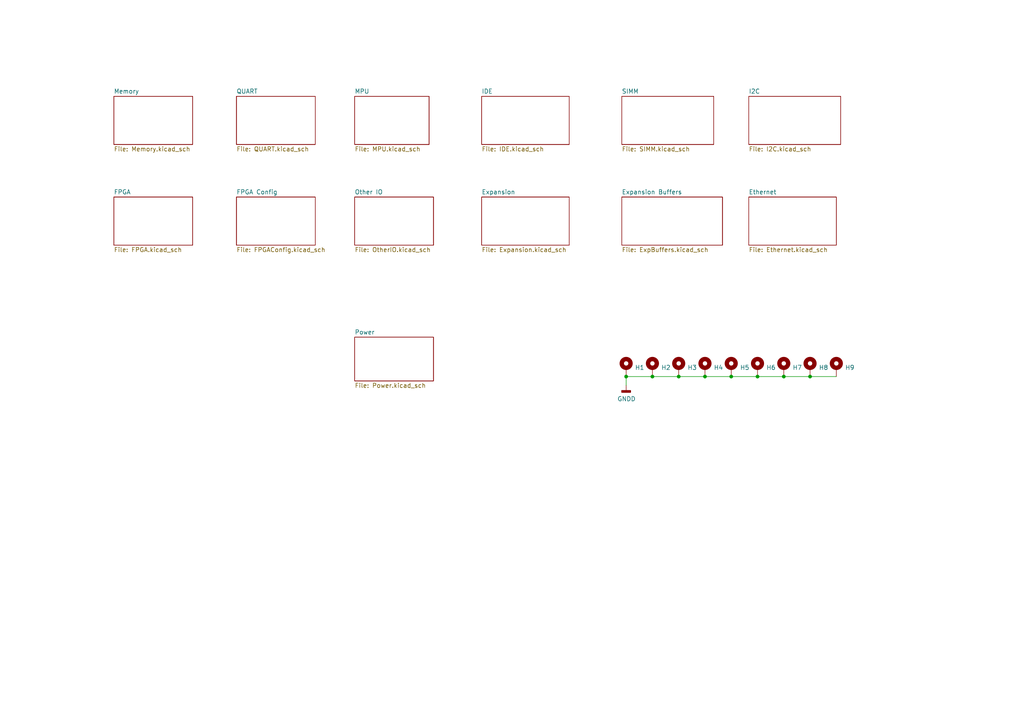
<source format=kicad_sch>
(kicad_sch (version 20211123) (generator eeschema)
  (paper "A4")
  (title_block (title "MAXI030 - 68030 based expandable computer") (date "2021-10-02") (comment 1 "Lawrence Manning"))
  (lib_symbols
    (symbol "Mechanical:MountingHole_Pad" (pin_numbers hide) (pin_names (offset 1.016) hide)
      (property "Reference" "H" (at 0 6.35 0))
      (property "Value" "MountingHole_Pad" (at 0 4.445 0))
      (symbol "MountingHole_Pad_0_1"
        (circle (center 0 1.27) (radius 1.27) (stroke (width 1.27)))
      )
      (symbol "MountingHole_Pad_1_1"
        (pin input line (at 0 -2.54 90) (length 2.54) (name "1") (number "1"))
      )
    )
    (symbol "power:GNDD" (power) (pin_names (offset 0))
      (property "Value" "GNDD" (at 0 -3.175 0))
      (symbol "GNDD_0_1"
        (rectangle (start -1.27 -1.524) (end 1.27 -2.032) (stroke (width 0.254)) (fill (type outline)))
        (polyline (pts (xy 0 0) (xy 0 -1.524)))
      )
      (symbol "GNDD_1_1"
        (pin power_in line (at 0 0 270) (length 0) hide (name "GNDD") (number "1"))
      )
    )
  )
  (junction (at 219.71 109.22))
  (junction (at 234.95 109.22))
  (junction (at 189.23 109.22))
  (junction (at 196.85 109.22))
  (junction (at 227.33 109.22))
  (junction (at 204.47 109.22))
  (junction (at 181.61 109.22))
  (junction (at 212.09 109.22))
  (wire (pts (xy 196.85 109.22) (xy 189.23 109.22)))
  (wire (pts (xy 242.57 109.22) (xy 234.95 109.22)))
  (wire (pts (xy 204.47 109.22) (xy 196.85 109.22)))
  (wire (pts (xy 189.23 109.22) (xy 181.61 109.22)))
  (wire (pts (xy 181.61 109.22) (xy 181.61 111.76)))
  (wire (pts (xy 227.33 109.22) (xy 219.71 109.22)))
  (wire (pts (xy 212.09 109.22) (xy 204.47 109.22)))
  (wire (pts (xy 234.95 109.22) (xy 227.33 109.22)))
  (wire (pts (xy 212.09 109.22) (xy 219.71 109.22)))
  (symbol (lib_id "Mechanical:MountingHole_Pad") (at 234.95 106.68 0) (unit 1)
    (property "Reference" "H8" (at 237.49 106.6038 0) (effects (justify left)))
    (property "Value" "MountingHole_Pad" (effects hide))
    (property "Footprint" "MountingHole:MountingHole_3.2mm_M3_Pad" (effects hide))
  )
  (symbol (lib_id "Mechanical:MountingHole_Pad") (at 242.57 106.68 0) (unit 1)
    (property "Reference" "H9" (at 245.11 106.6038 0) (effects (justify left)))
    (property "Value" "MountingHole_Pad" (effects hide))
    (property "Footprint" "MountingHole:MountingHole_3.2mm_M3_Pad" (effects hide))
  )
  (symbol (lib_id "Mechanical:MountingHole_Pad") (at 181.61 106.68 0) (unit 1)
    (property "Reference" "H1" (at 184.15 106.6038 0) (effects (justify left)))
    (property "Value" "MountingHole_Pad" (effects hide))
    (property "Footprint" "MountingHole:MountingHole_3.2mm_M3_Pad" (effects hide))
  )
  (symbol (lib_id "Mechanical:MountingHole_Pad") (at 189.23 106.68 0) (unit 1)
    (property "Reference" "H2" (at 191.77 106.6038 0) (effects (justify left)))
    (property "Value" "MountingHole_Pad" (effects hide))
    (property "Footprint" "MountingHole:MountingHole_3.2mm_M3_Pad" (effects hide))
  )
  (symbol (lib_id "Mechanical:MountingHole_Pad") (at 196.85 106.68 0) (unit 1)
    (property "Reference" "H3" (at 199.39 106.6038 0) (effects (justify left)))
    (property "Value" "MountingHole_Pad" (effects hide))
    (property "Footprint" "MountingHole:MountingHole_3.2mm_M3_Pad" (effects hide))
  )
  (symbol (lib_id "Mechanical:MountingHole_Pad") (at 204.47 106.68 0) (unit 1)
    (property "Reference" "H4" (at 207.01 106.6038 0) (effects (justify left)))
    (property "Value" "MountingHole_Pad" (effects hide))
    (property "Footprint" "MountingHole:MountingHole_3.2mm_M3_Pad" (effects hide))
  )
  (symbol (lib_id "Mechanical:MountingHole_Pad") (at 212.09 106.68 0) (unit 1)
    (property "Reference" "H5" (at 214.63 106.6038 0) (effects (justify left)))
    (property "Value" "MountingHole_Pad" (effects hide))
    (property "Footprint" "MountingHole:MountingHole_3.2mm_M3_Pad" (effects hide))
  )
  (symbol (lib_id "Mechanical:MountingHole_Pad") (at 219.71 106.68 0) (unit 1)
    (property "Reference" "H6" (at 222.25 106.6038 0) (effects (justify left)))
    (property "Value" "MountingHole_Pad" (effects hide))
    (property "Footprint" "MountingHole:MountingHole_3.2mm_M3_Pad" (effects hide))
  )
  (symbol (lib_id "Mechanical:MountingHole_Pad") (at 227.33 106.68 0) (unit 1)
    (property "Reference" "H7" (at 229.87 106.6038 0) (effects (justify left)))
    (property "Value" "MountingHole_Pad" (effects hide))
    (property "Footprint" "MountingHole:MountingHole_3.2mm_M3_Pad" (effects hide))
  )
  (symbol (lib_id "power:GNDD") (at 181.61 111.76 0) (unit 1)
    (property "Reference" "#PWR0176" (effects hide))
    (property "Value" "GNDD" (at 181.7116 115.697 0))
  )
  (sheet (at 180.34 57.15) (size 29.21 13.97)
    (property "Sheet name" "Expansion Buffers" (at 180.34 56.4384 0) (effects (justify left bottom)))
    (property "Sheet file" "ExpBuffers.kicad_sch" (at 180.34 71.7046 0) (effects (justify left top)))
  )
  (sheet (at 217.17 57.15) (size 25.4 13.97)
    (property "Sheet name" "Ethernet" (at 217.17 56.4384 0) (effects (justify left bottom)))
    (property "Sheet file" "Ethernet.kicad_sch" (at 217.17 71.7046 0) (effects (justify left top)))
  )
  (sheet (at 68.58 57.15) (size 22.86 13.97)
    (property "Sheet name" "FPGA Config" (at 68.58 56.4384 0) (effects (justify left bottom)))
    (property "Sheet file" "FPGAConfig.kicad_sch" (at 68.58 71.7046 0) (effects (justify left top)))
  )
  (sheet (at 33.02 57.15) (size 22.86 13.97)
    (property "Sheet name" "FPGA" (at 33.02 56.4384 0) (effects (justify left bottom)))
    (property "Sheet file" "FPGA.kicad_sch" (at 33.02 71.7046 0) (effects (justify left top)))
  )
  (sheet (at 68.58 27.94) (size 22.86 13.97)
    (property "Sheet name" "QUART" (at 68.58 27.2284 0) (effects (justify left bottom)))
    (property "Sheet file" "QUART.kicad_sch" (at 68.58 42.4946 0) (effects (justify left top)))
  )
  (sheet (at 102.87 27.94) (size 21.59 13.97)
    (property "Sheet name" "MPU" (at 102.87 27.2284 0) (effects (justify left bottom)))
    (property "Sheet file" "MPU.kicad_sch" (at 102.87 42.4946 0) (effects (justify left top)))
  )
  (sheet (at 139.7 27.94) (size 25.4 13.97)
    (property "Sheet name" "IDE" (at 139.7 27.2284 0) (effects (justify left bottom)))
    (property "Sheet file" "IDE.kicad_sch" (at 139.7 42.4946 0) (effects (justify left top)))
  )
  (sheet (at 180.34 27.94) (size 26.67 13.97)
    (property "Sheet name" "SIMM" (at 180.34 27.2284 0) (effects (justify left bottom)))
    (property "Sheet file" "SIMM.kicad_sch" (at 180.34 42.4946 0) (effects (justify left top)))
  )
  (sheet (at 217.17 27.94) (size 26.67 13.97)
    (property "Sheet name" "I2C" (at 217.17 27.2284 0) (effects (justify left bottom)))
    (property "Sheet file" "I2C.kicad_sch" (at 217.17 42.4946 0) (effects (justify left top)))
  )
  (sheet (at 33.02 27.94) (size 22.86 13.97)
    (property "Sheet name" "Memory" (at 33.02 27.2284 0) (effects (justify left bottom)))
    (property "Sheet file" "Memory.kicad_sch" (at 33.02 42.4946 0) (effects (justify left top)))
  )
  (sheet (at 102.87 97.79) (size 22.86 12.7)
    (property "Sheet name" "Power" (at 102.87 97.0784 0) (effects (justify left bottom)))
    (property "Sheet file" "Power.kicad_sch" (at 102.87 111.0746 0) (effects (justify left top)))
  )
  (sheet (at 102.87 57.15) (size 22.86 13.97)
    (property "Sheet name" "Other IO" (at 102.87 56.4384 0) (effects (justify left bottom)))
    (property "Sheet file" "OtherIO.kicad_sch" (at 102.87 71.7046 0) (effects (justify left top)))
  )
  (sheet (at 139.7 57.15) (size 25.4 13.97)
    (property "Sheet name" "Expansion" (at 139.7 56.4384 0) (effects (justify left bottom)))
    (property "Sheet file" "Expansion.kicad_sch" (at 139.7 71.7046 0) (effects (justify left top)))
  )
)
</source>
